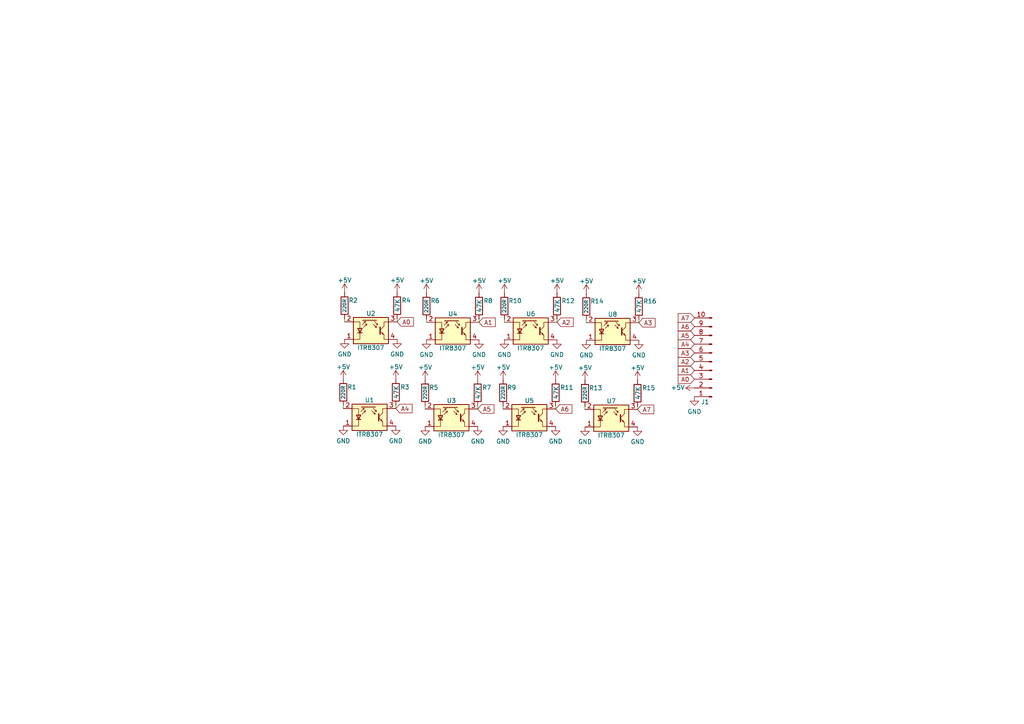
<source format=kicad_sch>
(kicad_sch (version 20230121) (generator eeschema)
  (paper "A4")
  (lib_symbols
    (symbol "Connector:Conn_01x10_Pin" (pin_names (offset 1.016) hide)
      (property "Reference" "J" (at 0 12.7 0))
      (property "Value" "Conn_01x10_Pin" (at 0 -15.24 0))
      (symbol "Conn_01x10_Pin_1_1"
        (polyline (pts (xy 1.27 -12.7) (xy 0.8636 -12.7)) (stroke (width 0.1524)))
        (polyline (pts (xy 1.27 -10.16) (xy 0.8636 -10.16)) (stroke (width 0.1524)))
        (polyline (pts (xy 1.27 -7.62) (xy 0.8636 -7.62)) (stroke (width 0.1524)))
        (polyline (pts (xy 1.27 -5.08) (xy 0.8636 -5.08)) (stroke (width 0.1524)))
        (polyline (pts (xy 1.27 -2.54) (xy 0.8636 -2.54)) (stroke (width 0.1524)))
        (polyline (pts (xy 1.27 0) (xy 0.8636 0)) (stroke (width 0.1524)))
        (polyline (pts (xy 1.27 2.54) (xy 0.8636 2.54)) (stroke (width 0.1524)))
        (polyline (pts (xy 1.27 5.08) (xy 0.8636 5.08)) (stroke (width 0.1524)))
        (polyline (pts (xy 1.27 7.62) (xy 0.8636 7.62)) (stroke (width 0.1524)))
        (polyline (pts (xy 1.27 10.16) (xy 0.8636 10.16)) (stroke (width 0.1524)))
        (rectangle (start 0.8636 -12.573) (end 0 -12.827) (stroke (width 0.1524)) (fill (type outline)))
        (rectangle (start 0.8636 -10.033) (end 0 -10.287) (stroke (width 0.1524)) (fill (type outline)))
        (rectangle (start 0.8636 -7.493) (end 0 -7.747) (stroke (width 0.1524)) (fill (type outline)))
        (rectangle (start 0.8636 -4.953) (end 0 -5.207) (stroke (width 0.1524)) (fill (type outline)))
        (rectangle (start 0.8636 -2.413) (end 0 -2.667) (stroke (width 0.1524)) (fill (type outline)))
        (rectangle (start 0.8636 0.127) (end 0 -0.127) (stroke (width 0.1524)) (fill (type outline)))
        (rectangle (start 0.8636 2.667) (end 0 2.413) (stroke (width 0.1524)) (fill (type outline)))
        (rectangle (start 0.8636 5.207) (end 0 4.953) (stroke (width 0.1524)) (fill (type outline)))
        (rectangle (start 0.8636 7.747) (end 0 7.493) (stroke (width 0.1524)) (fill (type outline)))
        (rectangle (start 0.8636 10.287) (end 0 10.033) (stroke (width 0.1524)) (fill (type outline)))
        (pin passive line (at 5.08 10.16 180) (length 3.81) (name "Pin_1") (number "1"))
        (pin passive line (at 5.08 -12.7 180) (length 3.81) (name "Pin_10") (number "10"))
        (pin passive line (at 5.08 7.62 180) (length 3.81) (name "Pin_2") (number "2"))
        (pin passive line (at 5.08 5.08 180) (length 3.81) (name "Pin_3") (number "3"))
        (pin passive line (at 5.08 2.54 180) (length 3.81) (name "Pin_4") (number "4"))
        (pin passive line (at 5.08 0 180) (length 3.81) (name "Pin_5") (number "5"))
        (pin passive line (at 5.08 -2.54 180) (length 3.81) (name "Pin_6") (number "6"))
        (pin passive line (at 5.08 -5.08 180) (length 3.81) (name "Pin_7") (number "7"))
        (pin passive line (at 5.08 -7.62 180) (length 3.81) (name "Pin_8") (number "8"))
        (pin passive line (at 5.08 -10.16 180) (length 3.81) (name "Pin_9") (number "9"))
      )
    )
    (symbol "Device:R" (pin_numbers hide) (pin_names (offset 0))
      (property "Reference" "R" (at 2.032 0 90))
      (property "Value" "R" (at 0 0 90))
      (symbol "R_0_1"
        (rectangle (start -1.016 -2.54) (end 1.016 2.54) (stroke (width 0.254)))
      )
      (symbol "R_1_1"
        (pin passive line (at 0 3.81 270) (length 1.27) (name "~") (number "1"))
        (pin passive line (at 0 -3.81 90) (length 1.27) (name "~") (number "2"))
      )
    )
    (symbol "Sensor_Proximity:ITR8307" (pin_names (offset 0.0254) hide)
      (property "Reference" "U" (at -5.08 5.08 0))
      (property "Value" "ITR8307" (at 7.62 5.08 0))
      (symbol "ITR8307_0_1"
        (polyline (pts (xy -3.81 -0.635) (xy -2.54 -0.635)) (stroke (width 0.254)))
        (polyline (pts (xy -2.286 2.921) (xy -2.032 3.175)))
        (polyline (pts (xy -1.778 2.921) (xy -1.524 3.175)))
        (polyline (pts (xy -1.524 2.667) (xy -1.651 2.159)))
        (polyline (pts (xy -1.27 2.921) (xy -1.016 3.175)))
        (polyline (pts (xy -1.143 1.905) (xy -1.27 1.397)))
        (polyline (pts (xy -0.762 2.921) (xy -0.508 3.175)))
        (polyline (pts (xy -0.254 2.921) (xy 0 3.175)))
        (polyline (pts (xy 0.254 2.921) (xy 0.508 3.175)))
        (polyline (pts (xy 0.762 2.921) (xy 1.016 3.175)))
        (polyline (pts (xy 1.27 2.921) (xy 1.524 3.175)))
        (polyline (pts (xy 1.651 0.889) (xy 1.143 1.016)))
        (polyline (pts (xy 1.778 2.921) (xy -2.413 2.921)))
        (polyline (pts (xy 2.032 1.651) (xy 1.524 1.778)))
        (polyline (pts (xy 2.667 -0.127) (xy 3.81 -1.27)))
        (polyline (pts (xy 2.667 0.127) (xy 3.81 1.27)))
        (polyline (pts (xy -2.54 1.651) (xy -1.524 2.667) (xy -2.032 2.54)))
        (polyline (pts (xy -2.159 0.889) (xy -1.143 1.905) (xy -1.651 1.778)))
        (polyline (pts (xy 0.635 1.905) (xy 1.651 0.889) (xy 1.524 1.397)))
        (polyline (pts (xy 1.016 2.667) (xy 2.032 1.651) (xy 1.905 2.159)))
        (polyline (pts (xy 2.667 1.016) (xy 2.667 -1.016) (xy 2.667 -1.016)) (stroke (width 0.3556)))
        (polyline (pts (xy 3.81 -1.27) (xy 3.81 -2.54) (xy 5.08 -2.54)))
        (polyline (pts (xy 3.81 1.27) (xy 3.81 2.54) (xy 5.08 2.54)))
        (polyline (pts (xy -5.08 -2.54) (xy -3.175 -2.54) (xy -3.175 2.54) (xy -5.08 2.54)))
        (polyline (pts (xy -3.175 -0.635) (xy -3.81 0.635) (xy -2.54 0.635) (xy -3.175 -0.635)) (stroke (width 0.254)))
        (polyline (pts (xy 3.683 -1.143) (xy 3.429 -0.635) (xy 3.175 -0.889) (xy 3.683 -1.143)))
        (polyline (pts (xy -5.08 -3.81) (xy 5.08 -3.81) (xy 5.08 3.81) (xy -5.08 3.81) (xy -5.08 -3.81)) (stroke (width 0.254)) (fill (type background)))
      )
      (symbol "ITR8307_1_1"
        (pin passive line (at -7.62 -2.54 0) (length 2.54) (name "K") (number "1"))
        (pin passive line (at -7.62 2.54 0) (length 2.54) (name "A") (number "2"))
        (pin open_collector line (at 7.62 2.54 180) (length 2.54) (name "C") (number "3"))
        (pin open_emitter line (at 7.62 -2.54 180) (length 2.54) (name "E") (number "4"))
      )
    )
    (symbol "power:+5V" (power) (pin_names (offset 0))
      (property "Value" "+5V" (at 0 3.556 0))
      (symbol "+5V_0_1"
        (polyline (pts (xy -0.762 1.27) (xy 0 2.54)))
        (polyline (pts (xy 0 0) (xy 0 2.54)))
        (polyline (pts (xy 0 2.54) (xy 0.762 1.27)))
      )
      (symbol "+5V_1_1"
        (pin power_in line (at 0 0 90) (length 0) hide (name "+5V") (number "1"))
      )
    )
    (symbol "power:GND" (power) (pin_names (offset 0))
      (property "Value" "GND" (at 0 -3.81 0))
      (symbol "GND_0_1"
        (polyline (pts (xy 0 0) (xy 0 -1.27) (xy 1.27 -1.27) (xy 0 -2.54) (xy -1.27 -1.27) (xy 0 -1.27)))
      )
      (symbol "GND_1_1"
        (pin power_in line (at 0 0 270) (length 0) hide (name "GND") (number "1"))
      )
    )
  )
  (wire (pts (xy 138.557 117.729) (xy 138.557 118.618)))
  (wire (pts (xy 185.293 92.71) (xy 185.293 93.599)))
  (wire (pts (xy 99.568 117.602) (xy 99.568 118.491)))
  (wire (pts (xy 169.672 117.856) (xy 169.672 118.745)))
  (wire (pts (xy 146.304 92.583) (xy 146.304 93.472)))
  (wire (pts (xy 184.912 117.856) (xy 184.912 118.745)))
  (wire (pts (xy 170.053 92.71) (xy 170.053 93.599)))
  (wire (pts (xy 138.938 92.583) (xy 138.938 93.472)))
  (wire (pts (xy 123.698 92.583) (xy 123.698 93.472)))
  (wire (pts (xy 123.317 117.729) (xy 123.317 118.618)))
  (wire (pts (xy 114.808 117.602) (xy 114.808 118.491)))
  (wire (pts (xy 115.189 92.456) (xy 115.189 93.345)))
  (wire (pts (xy 161.544 92.583) (xy 161.544 93.472)))
  (wire (pts (xy 145.923 117.729) (xy 145.923 118.618)))
  (wire (pts (xy 161.163 117.729) (xy 161.163 118.618)))
  (wire (pts (xy 99.949 92.456) (xy 99.949 93.345)))
  (global_label "A2" (shape input) (at 161.544 93.472 0) (property "Intersheetrefs" "${INTERSHEET_REFS}" (effects hide)))
  (global_label "A7" (shape input) (at 184.912 118.745 0) (property "Intersheetrefs" "${INTERSHEET_REFS}" (effects hide)))
  (global_label "A3" (shape input) (at 201.422 102.362 180) (property "Intersheetrefs" "${INTERSHEET_REFS}" (effects hide)))
  (global_label "A0" (shape input) (at 115.189 93.345 0) (property "Intersheetrefs" "${INTERSHEET_REFS}" (effects hide)))
  (global_label "A1" (shape input) (at 201.422 107.442 180) (property "Intersheetrefs" "${INTERSHEET_REFS}" (effects hide)))
  (global_label "A4" (shape input) (at 114.808 118.491 0) (property "Intersheetrefs" "${INTERSHEET_REFS}" (effects hide)))
  (global_label "A6" (shape input) (at 201.422 94.742 180) (property "Intersheetrefs" "${INTERSHEET_REFS}" (effects hide)))
  (global_label "A7" (shape input) (at 201.422 92.202 180) (property "Intersheetrefs" "${INTERSHEET_REFS}" (effects hide)))
  (global_label "A4" (shape input) (at 201.422 99.822 180) (property "Intersheetrefs" "${INTERSHEET_REFS}" (effects hide)))
  (global_label "A2" (shape input) (at 201.422 104.902 180) (property "Intersheetrefs" "${INTERSHEET_REFS}" (effects hide)))
  (global_label "A5" (shape input) (at 138.557 118.618 0) (property "Intersheetrefs" "${INTERSHEET_REFS}" (effects hide)))
  (global_label "A5" (shape input) (at 201.422 97.282 180) (property "Intersheetrefs" "${INTERSHEET_REFS}" (effects hide)))
  (global_label "A6" (shape input) (at 161.163 118.618 0) (property "Intersheetrefs" "${INTERSHEET_REFS}" (effects hide)))
  (global_label "A3" (shape input) (at 185.293 93.599 0) (property "Intersheetrefs" "${INTERSHEET_REFS}" (effects hide)))
  (global_label "A1" (shape input) (at 138.938 93.472 0) (property "Intersheetrefs" "${INTERSHEET_REFS}" (effects hide)))
  (global_label "A0" (shape input) (at 201.422 109.982 180) (property "Intersheetrefs" "${INTERSHEET_REFS}" (effects hide)))
  (symbol (lib_id "power:+5V") (at 161.163 110.109 0) (unit 1)
    (property "Reference" "#PWR021" (effects hide))
    (property "Value" "+5V" (at 161.163 106.553 0))
  )
  (symbol (lib_id "power:+5V") (at 99.568 109.982 0) (unit 1)
    (property "Reference" "#PWR01" (effects hide))
    (property "Value" "+5V" (at 99.568 106.426 0))
  )
  (symbol (lib_id "Sensor_Proximity:ITR8307") (at 153.543 121.158 0) (unit 1)
    (property "Reference" "U5" (at 153.543 116.205 0))
    (property "Value" "ITR8307" (at 153.543 126.111 0))
    (property "Footprint" "OptoDevice:Everlight_ITR8307" (effects hide))
    (property "Datasheet" "http://www.everlight.com/file/ProductFile/ITR8307.pdf" (effects hide))
  )
  (symbol (lib_id "Sensor_Proximity:ITR8307") (at 107.188 121.031 0) (unit 1)
    (property "Reference" "U1" (at 107.188 116.078 0))
    (property "Value" "ITR8307" (at 107.188 125.984 0))
    (property "Footprint" "OptoDevice:Everlight_ITR8307" (effects hide))
    (property "Datasheet" "http://www.everlight.com/file/ProductFile/ITR8307.pdf" (effects hide))
  )
  (symbol (lib_id "Device:R") (at 138.557 113.919 0) (unit 1)
    (property "Reference" "R7" (at 139.827 112.395 0) (effects (justify left)))
    (property "Value" "47K" (at 138.684 115.824 90) (effects (justify left)))
    (property "Footprint" "Resistor_SMD:R_1206_3216Metric_Pad1.30x1.75mm_HandSolder" (effects hide))
  )
  (symbol (lib_id "power:GND") (at 123.698 98.552 0) (unit 1)
    (property "Reference" "#PWR012" (effects hide))
    (property "Value" "GND" (at 123.698 102.87 0))
  )
  (symbol (lib_id "power:GND") (at 138.938 98.552 0) (unit 1)
    (property "Reference" "#PWR016" (effects hide))
    (property "Value" "GND" (at 138.938 102.87 0))
  )
  (symbol (lib_id "power:+5V") (at 184.912 110.236 0) (unit 1)
    (property "Reference" "#PWR029" (effects hide))
    (property "Value" "+5V" (at 184.912 106.68 0))
  )
  (symbol (lib_id "power:+5V") (at 185.293 85.09 0) (unit 1)
    (property "Reference" "#PWR031" (effects hide))
    (property "Value" "+5V" (at 185.293 81.534 0))
  )
  (symbol (lib_id "Device:R") (at 161.163 113.919 0) (unit 1)
    (property "Reference" "R11" (at 162.433 112.395 0) (effects (justify left)))
    (property "Value" "47K" (at 161.29 115.824 90) (effects (justify left)))
    (property "Footprint" "Resistor_SMD:R_1206_3216Metric_Pad1.30x1.75mm_HandSolder" (effects hide))
  )
  (symbol (lib_id "Sensor_Proximity:ITR8307") (at 153.924 96.012 0) (unit 1)
    (property "Reference" "U6" (at 153.924 91.059 0))
    (property "Value" "ITR8307" (at 153.924 100.965 0))
    (property "Footprint" "OptoDevice:Everlight_ITR8307" (effects hide))
    (property "Datasheet" "http://www.everlight.com/file/ProductFile/ITR8307.pdf" (effects hide))
  )
  (symbol (lib_id "power:+5V") (at 115.189 84.836 0) (unit 1)
    (property "Reference" "#PWR07" (effects hide))
    (property "Value" "+5V" (at 115.189 81.28 0))
  )
  (symbol (lib_id "Device:R") (at 114.808 113.792 0) (unit 1)
    (property "Reference" "R3" (at 116.078 112.268 0) (effects (justify left)))
    (property "Value" "47K" (at 114.935 115.697 90) (effects (justify left)))
    (property "Footprint" "Resistor_SMD:R_1206_3216Metric_Pad1.30x1.75mm_HandSolder" (effects hide))
  )
  (symbol (lib_id "Sensor_Proximity:ITR8307") (at 131.318 96.012 0) (unit 1)
    (property "Reference" "U4" (at 131.318 91.059 0))
    (property "Value" "ITR8307" (at 131.318 100.965 0))
    (property "Footprint" "OptoDevice:Everlight_ITR8307" (effects hide))
    (property "Datasheet" "http://www.everlight.com/file/ProductFile/ITR8307.pdf" (effects hide))
  )
  (symbol (lib_id "power:GND") (at 146.304 98.552 0) (unit 1)
    (property "Reference" "#PWR020" (effects hide))
    (property "Value" "GND" (at 146.304 102.87 0))
  )
  (symbol (lib_id "Device:R") (at 115.189 88.646 0) (unit 1)
    (property "Reference" "R4" (at 116.459 87.122 0) (effects (justify left)))
    (property "Value" "47K" (at 115.316 90.551 90) (effects (justify left)))
    (property "Footprint" "Resistor_SMD:R_1206_3216Metric_Pad1.30x1.75mm_HandSolder" (effects hide))
  )
  (symbol (lib_id "power:GND") (at 123.317 123.698 0) (unit 1)
    (property "Reference" "#PWR010" (effects hide))
    (property "Value" "GND" (at 123.317 128.016 0))
  )
  (symbol (lib_id "power:+5V") (at 114.808 109.982 0) (unit 1)
    (property "Reference" "#PWR05" (effects hide))
    (property "Value" "+5V" (at 114.808 106.426 0))
  )
  (symbol (lib_id "power:+5V") (at 138.938 84.963 0) (unit 1)
    (property "Reference" "#PWR015" (effects hide))
    (property "Value" "+5V" (at 138.938 81.407 0))
  )
  (symbol (lib_id "power:+5V") (at 99.949 84.836 0) (unit 1)
    (property "Reference" "#PWR03" (effects hide))
    (property "Value" "+5V" (at 99.949 81.28 0))
  )
  (symbol (lib_id "power:+5V") (at 146.304 84.963 0) (unit 1)
    (property "Reference" "#PWR019" (effects hide))
    (property "Value" "+5V" (at 146.304 81.407 0))
  )
  (symbol (lib_id "power:GND") (at 114.808 123.571 0) (unit 1)
    (property "Reference" "#PWR06" (effects hide))
    (property "Value" "GND" (at 114.808 127.889 0))
  )
  (symbol (lib_id "power:GND") (at 138.557 123.698 0) (unit 1)
    (property "Reference" "#PWR014" (effects hide))
    (property "Value" "GND" (at 138.557 128.016 0))
  )
  (symbol (lib_id "Device:R") (at 138.938 88.773 0) (unit 1)
    (property "Reference" "R8" (at 140.208 87.249 0) (effects (justify left)))
    (property "Value" "47K" (at 139.065 90.678 90) (effects (justify left)))
    (property "Footprint" "Resistor_SMD:R_1206_3216Metric_Pad1.30x1.75mm_HandSolder" (effects hide))
  )
  (symbol (lib_id "power:GND") (at 161.544 98.552 0) (unit 1)
    (property "Reference" "#PWR024" (effects hide))
    (property "Value" "GND" (at 161.544 102.87 0))
  )
  (symbol (lib_id "Sensor_Proximity:ITR8307") (at 177.673 96.139 0) (unit 1)
    (property "Reference" "U8" (at 177.673 91.186 0))
    (property "Value" "ITR8307" (at 177.673 101.092 0))
    (property "Footprint" "OptoDevice:Everlight_ITR8307" (effects hide))
    (property "Datasheet" "http://www.everlight.com/file/ProductFile/ITR8307.pdf" (effects hide))
  )
  (symbol (lib_id "Device:R") (at 161.544 88.773 0) (unit 1)
    (property "Reference" "R12" (at 162.814 87.249 0) (effects (justify left)))
    (property "Value" "47K" (at 161.671 90.678 90) (effects (justify left)))
    (property "Footprint" "Resistor_SMD:R_1206_3216Metric_Pad1.30x1.75mm_HandSolder" (effects hide))
  )
  (symbol (lib_id "Device:R") (at 145.923 113.919 0) (unit 1)
    (property "Reference" "R9" (at 147.066 112.395 0) (effects (justify left)))
    (property "Value" "220R" (at 145.923 115.951 90) (effects (font (size 1 1)) (justify left)))
    (property "Footprint" "Resistor_SMD:R_1206_3216Metric_Pad1.30x1.75mm_HandSolder" (effects hide))
  )
  (symbol (lib_id "power:+5V") (at 123.317 110.109 0) (unit 1)
    (property "Reference" "#PWR09" (effects hide))
    (property "Value" "+5V" (at 123.317 106.553 0))
  )
  (symbol (lib_id "Device:R") (at 99.568 113.792 0) (unit 1)
    (property "Reference" "R1" (at 100.711 112.268 0) (effects (justify left)))
    (property "Value" "220R" (at 99.568 115.824 90) (effects (font (size 1 1)) (justify left)))
    (property "Footprint" "Resistor_SMD:R_1206_3216Metric_Pad1.30x1.75mm_HandSolder" (effects hide))
  )
  (symbol (lib_id "power:GND") (at 99.568 123.571 0) (unit 1)
    (property "Reference" "#PWR02" (effects hide))
    (property "Value" "GND" (at 99.568 127.889 0))
  )
  (symbol (lib_id "power:GND") (at 201.422 115.062 0) (unit 1)
    (property "Reference" "#PWR034" (effects hide))
    (property "Value" "GND" (at 201.422 119.38 0))
  )
  (symbol (lib_id "power:GND") (at 169.672 123.825 0) (unit 1)
    (property "Reference" "#PWR026" (effects hide))
    (property "Value" "GND" (at 169.672 128.143 0))
  )
  (symbol (lib_id "Sensor_Proximity:ITR8307") (at 177.292 121.285 0) (unit 1)
    (property "Reference" "U7" (at 177.292 116.332 0))
    (property "Value" "ITR8307" (at 177.292 126.238 0))
    (property "Footprint" "OptoDevice:Everlight_ITR8307" (effects hide))
    (property "Datasheet" "http://www.everlight.com/file/ProductFile/ITR8307.pdf" (effects hide))
  )
  (symbol (lib_id "Device:R") (at 99.949 88.646 0) (unit 1)
    (property "Reference" "R2" (at 101.092 87.122 0) (effects (justify left)))
    (property "Value" "220R" (at 99.949 90.678 90) (effects (font (size 1 1)) (justify left)))
    (property "Footprint" "Resistor_SMD:R_1206_3216Metric_Pad1.30x1.75mm_HandSolder" (effects hide))
  )
  (symbol (lib_id "power:+5V") (at 123.698 84.963 0) (unit 1)
    (property "Reference" "#PWR011" (effects hide))
    (property "Value" "+5V" (at 123.698 81.407 0))
  )
  (symbol (lib_id "Device:R") (at 146.304 88.773 0) (unit 1)
    (property "Reference" "R10" (at 147.447 87.249 0) (effects (justify left)))
    (property "Value" "220R" (at 146.304 90.805 90) (effects (font (size 1 1)) (justify left)))
    (property "Footprint" "Resistor_SMD:R_1206_3216Metric_Pad1.30x1.75mm_HandSolder" (effects hide))
  )
  (symbol (lib_id "Connector:Conn_01x10_Pin") (at 206.502 104.902 180) (unit 1)
    (property "Reference" "J1" (at 203.327 116.586 0) (effects (justify right)))
    (property "Value" "Conn_01x10_Pin" (effects hide))
  )
  (symbol (lib_id "power:GND") (at 145.923 123.698 0) (unit 1)
    (property "Reference" "#PWR018" (effects hide))
    (property "Value" "GND" (at 145.923 128.016 0))
  )
  (symbol (lib_id "Device:R") (at 123.698 88.773 0) (unit 1)
    (property "Reference" "R6" (at 124.841 87.249 0) (effects (justify left)))
    (property "Value" "220R" (at 123.698 90.805 90) (effects (font (size 1 1)) (justify left)))
    (property "Footprint" "Resistor_SMD:R_1206_3216Metric_Pad1.30x1.75mm_HandSolder" (effects hide))
  )
  (symbol (lib_id "power:+5V") (at 170.053 85.09 0) (unit 1)
    (property "Reference" "#PWR027" (effects hide))
    (property "Value" "+5V" (at 170.053 81.534 0))
  )
  (symbol (lib_id "power:GND") (at 184.912 123.825 0) (unit 1)
    (property "Reference" "#PWR030" (effects hide))
    (property "Value" "GND" (at 184.912 128.143 0))
  )
  (symbol (lib_id "power:GND") (at 99.949 98.425 0) (unit 1)
    (property "Reference" "#PWR04" (effects hide))
    (property "Value" "GND" (at 99.949 102.743 0))
  )
  (symbol (lib_id "power:GND") (at 161.163 123.698 0) (unit 1)
    (property "Reference" "#PWR022" (effects hide))
    (property "Value" "GND" (at 161.163 128.016 0))
  )
  (symbol (lib_id "Device:R") (at 123.317 113.919 0) (unit 1)
    (property "Reference" "R5" (at 124.46 112.395 0) (effects (justify left)))
    (property "Value" "220R" (at 123.317 115.951 90) (effects (font (size 1 1)) (justify left)))
    (property "Footprint" "Resistor_SMD:R_1206_3216Metric_Pad1.30x1.75mm_HandSolder" (effects hide))
  )
  (symbol (lib_id "power:+5V") (at 145.923 110.109 0) (unit 1)
    (property "Reference" "#PWR017" (effects hide))
    (property "Value" "+5V" (at 145.923 106.553 0))
  )
  (symbol (lib_id "power:+5V") (at 201.422 112.522 90) (unit 1)
    (property "Reference" "#PWR033" (effects hide))
    (property "Value" "+5V" (at 196.596 112.395 90))
  )
  (symbol (lib_id "power:GND") (at 115.189 98.425 0) (unit 1)
    (property "Reference" "#PWR08" (effects hide))
    (property "Value" "GND" (at 115.189 102.743 0))
  )
  (symbol (lib_id "Sensor_Proximity:ITR8307") (at 107.569 95.885 0) (unit 1)
    (property "Reference" "U2" (at 107.569 90.932 0))
    (property "Value" "ITR8307" (at 107.569 100.838 0))
    (property "Footprint" "OptoDevice:Everlight_ITR8307" (effects hide))
    (property "Datasheet" "http://www.everlight.com/file/ProductFile/ITR8307.pdf" (effects hide))
  )
  (symbol (lib_id "power:+5V") (at 138.557 110.109 0) (unit 1)
    (property "Reference" "#PWR013" (effects hide))
    (property "Value" "+5V" (at 138.557 106.553 0))
  )
  (symbol (lib_id "Device:R") (at 184.912 114.046 0) (unit 1)
    (property "Reference" "R15" (at 186.182 112.522 0) (effects (justify left)))
    (property "Value" "47K" (at 185.039 115.951 90) (effects (justify left)))
    (property "Footprint" "Resistor_SMD:R_1206_3216Metric_Pad1.30x1.75mm_HandSolder" (effects hide))
  )
  (symbol (lib_id "power:+5V") (at 169.672 110.236 0) (unit 1)
    (property "Reference" "#PWR025" (effects hide))
    (property "Value" "+5V" (at 169.672 106.68 0))
  )
  (symbol (lib_id "power:GND") (at 185.293 98.679 0) (unit 1)
    (property "Reference" "#PWR032" (effects hide))
    (property "Value" "GND" (at 185.293 102.997 0))
  )
  (symbol (lib_id "Device:R") (at 170.053 88.9 0) (unit 1)
    (property "Reference" "R14" (at 171.196 87.376 0) (effects (justify left)))
    (property "Value" "220R" (at 170.053 90.932 90) (effects (font (size 1 1)) (justify left)))
    (property "Footprint" "Resistor_SMD:R_1206_3216Metric_Pad1.30x1.75mm_HandSolder" (effects hide))
  )
  (symbol (lib_id "Sensor_Proximity:ITR8307") (at 130.937 121.158 0) (unit 1)
    (property "Reference" "U3" (at 130.937 116.205 0))
    (property "Value" "ITR8307" (at 130.937 126.111 0))
    (property "Footprint" "OptoDevice:Everlight_ITR8307" (effects hide))
    (property "Datasheet" "http://www.everlight.com/file/ProductFile/ITR8307.pdf" (effects hide))
  )
  (symbol (lib_id "Device:R") (at 169.672 114.046 0) (unit 1)
    (property "Reference" "R13" (at 170.815 112.522 0) (effects (justify left)))
    (property "Value" "220R" (at 169.672 116.078 90) (effects (font (size 1 1)) (justify left)))
    (property "Footprint" "Resistor_SMD:R_1206_3216Metric_Pad1.30x1.75mm_HandSolder" (effects hide))
  )
  (symbol (lib_id "power:GND") (at 170.053 98.679 0) (unit 1)
    (property "Reference" "#PWR028" (effects hide))
    (property "Value" "GND" (at 170.053 102.997 0))
  )
  (symbol (lib_id "Device:R") (at 185.293 88.9 0) (unit 1)
    (property "Reference" "R16" (at 186.563 87.376 0) (effects (justify left)))
    (property "Value" "47K" (at 185.42 90.805 90) (effects (justify left)))
    (property "Footprint" "Resistor_SMD:R_1206_3216Metric_Pad1.30x1.75mm_HandSolder" (effects hide))
  )
  (symbol (lib_id "power:+5V") (at 161.544 84.963 0) (unit 1)
    (property "Reference" "#PWR023" (effects hide))
    (property "Value" "+5V" (at 161.544 81.407 0))
  )
)
</source>
